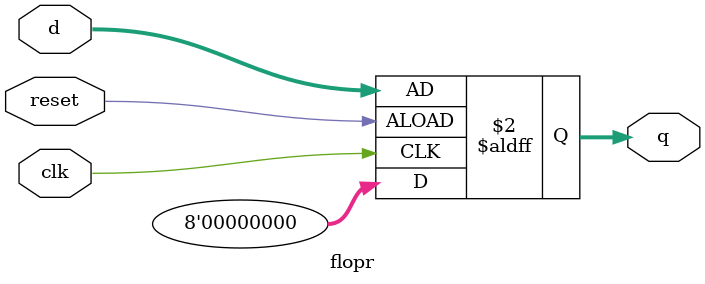
<source format=sv>
`timescale 1ns / 1ps


module flopr #(parameter WIDTH=8) (
    input logic clk, reset, 
    input logic [WIDTH-1:0] d,
    output logic [WIDTH-1:0] q
    );

    always_ff @(negedge clk, negedge reset)
        if (reset) q <= 0;
        else q <= d;
endmodule

</source>
